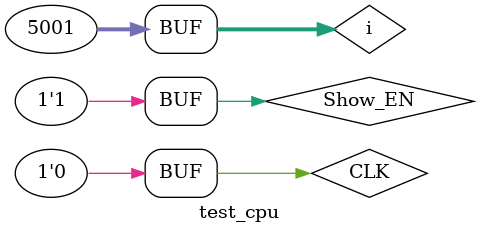
<source format=v>
`timescale 1ns/1ns
`include "CPU.v"

module test_cpu;

reg CLK = 0;
reg Show_EN = 0;

cpu cpu_1(CLK, Show_EN);
integer  i;
initial begin
    $dumpfile("cpu_test.vcd");
    $dumpvars(0,cpu_1);
    CLK = ~CLK; #10;
    CLK = ~CLK; #10;
    for (i = 0;i<=5000 ;i = i+1 ) begin
        if(cpu_1.instruction != 32'hffffffff) begin
            CLK = ~CLK; #10;
            CLK = ~CLK; #10;
        end
    end
    // SHOW ME THE OUTPUT
    CLK = ~CLK; #10;
    CLK = ~CLK; #10; 
    CLK = ~CLK; #10;
    CLK = ~CLK; #10; 
    CLK = ~CLK; #10;
    CLK = ~CLK; #10; 
    CLK = ~CLK; #10;
    CLK = ~CLK; #10;
    Show_EN = 1;   
    CLK = ~CLK; #10;
    CLK = ~CLK; #10; 
end

endmodule
</source>
